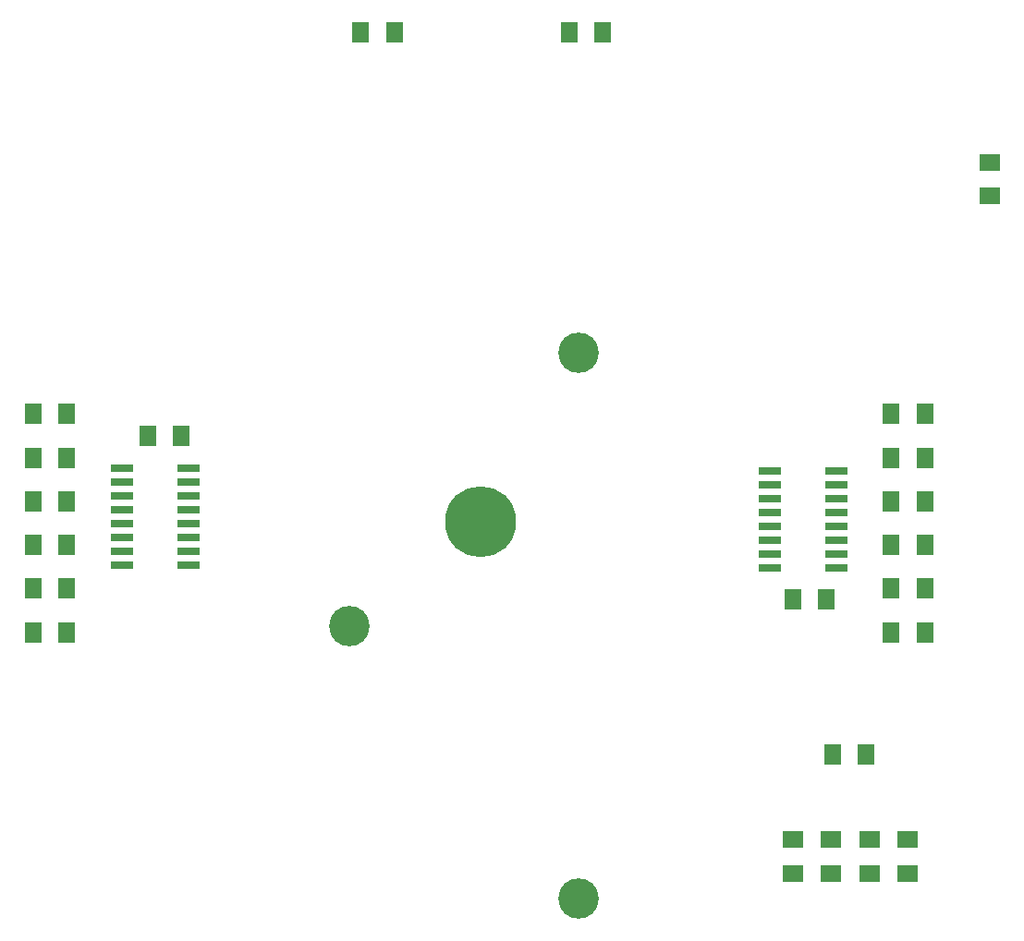
<source format=gtp>
G04 MADE WITH FRITZING*
G04 WWW.FRITZING.ORG*
G04 DOUBLE SIDED*
G04 HOLES PLATED*
G04 CONTOUR ON CENTER OF CONTOUR VECTOR*
%ASAXBY*%
%FSLAX23Y23*%
%MOIN*%
%OFA0B0*%
%SFA1.0B1.0*%
%ADD10C,0.255905*%
%ADD11C,0.145669*%
%ADD12R,0.074803X0.062992*%
%ADD13R,0.062992X0.074803*%
%ADD14R,0.080000X0.026000*%
%LNPASTEMASK1*%
G90*
G70*
G54D10*
X1965Y1971D03*
G54D11*
X2319Y2582D03*
X1492Y1597D03*
X2319Y613D03*
G54D12*
X3505Y703D03*
X3505Y825D03*
X3367Y703D03*
X3367Y825D03*
X3229Y703D03*
X3229Y825D03*
X3091Y703D03*
X3091Y825D03*
G54D13*
X3234Y1134D03*
X3356Y1134D03*
X886Y2282D03*
X764Y2282D03*
X3091Y1691D03*
X3213Y1691D03*
G54D14*
X670Y2167D03*
X670Y2117D03*
X670Y2067D03*
X670Y2017D03*
X670Y1967D03*
X670Y1917D03*
X670Y1867D03*
X670Y1817D03*
X912Y1817D03*
X912Y1867D03*
X912Y1917D03*
X912Y1967D03*
X912Y2017D03*
X912Y2067D03*
X912Y2117D03*
X912Y2167D03*
G54D13*
X3445Y2361D03*
X3567Y2361D03*
X473Y1573D03*
X351Y1573D03*
X3445Y2203D03*
X3567Y2203D03*
X473Y1731D03*
X351Y1731D03*
X3445Y2046D03*
X3567Y2046D03*
X473Y1888D03*
X351Y1888D03*
X473Y2046D03*
X351Y2046D03*
X3445Y1888D03*
X3567Y1888D03*
X3445Y1731D03*
X3567Y1731D03*
X473Y2203D03*
X351Y2203D03*
X3445Y1573D03*
X3567Y1573D03*
X473Y2361D03*
X351Y2361D03*
G54D14*
X3249Y1806D03*
X3249Y1856D03*
X3249Y1906D03*
X3249Y1956D03*
X3249Y2006D03*
X3249Y2056D03*
X3249Y2106D03*
X3249Y2156D03*
X3007Y2156D03*
X3007Y2106D03*
X3007Y2056D03*
X3007Y2006D03*
X3007Y1956D03*
X3007Y1906D03*
X3007Y1856D03*
X3007Y1806D03*
G54D12*
X3800Y3148D03*
X3800Y3270D03*
G54D13*
X1654Y3739D03*
X1532Y3739D03*
X2284Y3739D03*
X2406Y3739D03*
G04 End of PasteMask1*
M02*
</source>
